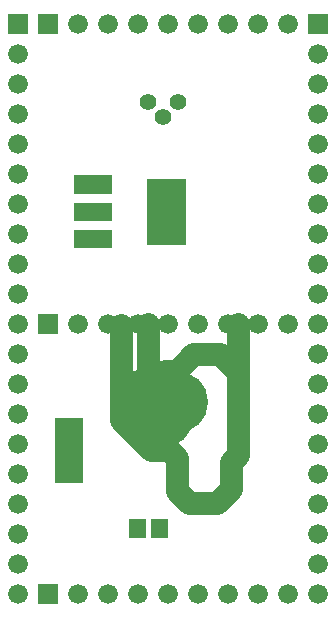
<source format=gbs>
G04 start of page 7 for group -4062 idx -4062 *
G04 Title: (unknown), soldermask *
G04 Creator: pcb 20140316 *
G04 CreationDate: Mon 16 Nov 2015 12:18:08 PM GMT UTC *
G04 For: fosse *
G04 Format: Gerber/RS-274X *
G04 PCB-Dimensions (mil): 1250.00 2150.00 *
G04 PCB-Coordinate-Origin: lower left *
%MOIN*%
%FSLAX25Y25*%
%LNBOTTOMMASK*%
%ADD66R,0.1280X0.1280*%
%ADD65R,0.0620X0.0620*%
%ADD64R,0.0572X0.0572*%
%ADD63R,0.0950X0.0950*%
%ADD62C,0.0750*%
%ADD61C,0.0560*%
%ADD60C,0.2000*%
%ADD59C,0.0001*%
%ADD58C,0.0660*%
G54D58*X110500Y125500D03*
Y115500D03*
Y105500D03*
Y95500D03*
Y85500D03*
X90500Y105500D03*
X100500D03*
X110500Y175500D03*
Y165500D03*
Y155500D03*
Y145500D03*
G54D59*G36*
X107200Y208800D02*Y202200D01*
X113800D01*
Y208800D01*
X107200D01*
G37*
G54D58*X110500Y195500D03*
Y185500D03*
Y135500D03*
X90500Y205500D03*
X100500D03*
X110500Y75500D03*
Y65500D03*
Y55500D03*
Y45500D03*
Y35500D03*
Y25500D03*
Y15500D03*
X80500D03*
X90500D03*
X100500D03*
G54D59*G36*
X17200Y18800D02*Y12200D01*
X23800D01*
Y18800D01*
X17200D01*
G37*
G54D58*X30500Y15500D03*
X40500D03*
X50500D03*
X60500D03*
X70500D03*
X10500Y25500D03*
Y15500D03*
G54D59*G36*
X17200Y108800D02*Y102200D01*
X23800D01*
Y108800D01*
X17200D01*
G37*
G54D58*X30500Y105500D03*
X60500D03*
X70500D03*
X80500D03*
G54D60*X54000Y79500D03*
X64000D03*
X59000Y74500D03*
G54D58*X10500Y145500D03*
Y135500D03*
Y125500D03*
Y115500D03*
Y105500D03*
Y95500D03*
Y85500D03*
Y75500D03*
Y65500D03*
Y55500D03*
Y45500D03*
Y35500D03*
X40500Y105500D03*
Y205500D03*
X50500Y105500D03*
G54D59*G36*
X17200Y208800D02*Y202200D01*
X23800D01*
Y208800D01*
X17200D01*
G37*
G54D58*X30500Y205500D03*
G54D59*G36*
X7200Y208800D02*Y202200D01*
X13800D01*
Y208800D01*
X7200D01*
G37*
G54D58*X10500Y195500D03*
Y185500D03*
Y175500D03*
Y165500D03*
Y155500D03*
X50500Y205500D03*
X60500D03*
X70500D03*
X80500D03*
G54D61*X54000Y179500D03*
X64000D03*
X59000Y174500D03*
G54D62*X63500Y50000D02*X67500Y46000D01*
X77000D01*
X61000Y63500D02*X63500Y61000D01*
G54D63*X27500Y69500D02*Y57500D01*
Y69500D02*Y57500D01*
Y69500D02*Y57500D01*
G54D62*X63500Y61000D02*Y50000D01*
G54D64*X57586Y37893D02*Y37107D01*
X50500Y37893D02*Y37107D01*
G54D62*X77000Y46000D02*X81500Y50500D01*
Y59500D02*Y50500D01*
Y59500D02*X84000Y62000D01*
Y105500D02*Y62000D01*
X78000Y95500D02*X84000Y89500D01*
X69000Y95500D02*X78000D01*
X63500Y90000D02*X69000Y95500D01*
X59500Y90000D02*X63500D01*
X56000Y86500D02*X59500Y90000D01*
X57000Y74500D02*X59000D01*
X50500Y86500D02*X56000D01*
X44750Y80750D02*X50500Y86500D01*
X44750Y105250D02*Y73750D01*
X55000Y63500D01*
X61000D01*
X54000Y77500D02*X57000Y74500D01*
X54000Y105500D02*Y77500D01*
G54D65*X32300Y134000D02*X38900D01*
X32300Y143000D02*X38900D01*
X32300Y152100D02*X38900D01*
G54D66*X60000Y147500D02*Y138500D01*
M02*

</source>
